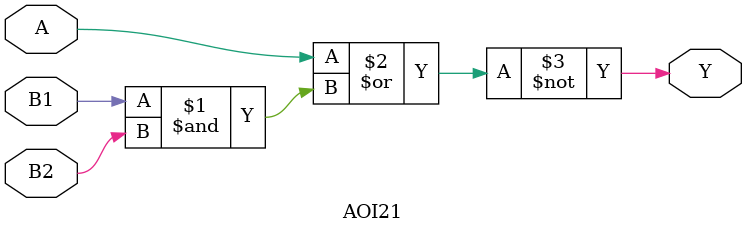
<source format=v>
module AOI21(
    output Y,
    input A,
    input B1,
    input B2
);
    assign Y = ~(A | (B1 & B2));
endmodule
</source>
